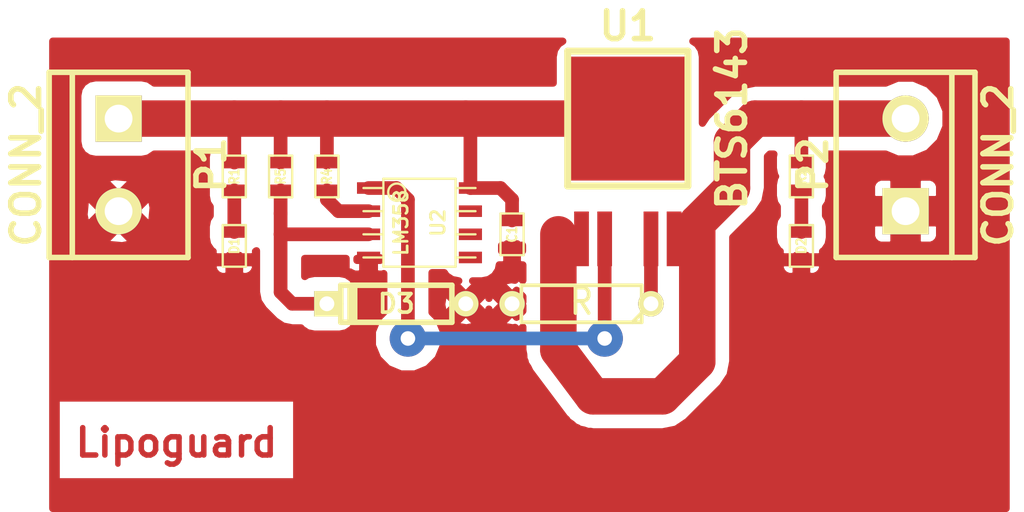
<source format=kicad_pcb>
(kicad_pcb (version 4) (host pcbnew "(2016-01-30 BZR 6528, Git 351752f)-product")

  (general
    (links 23)
    (no_connects 1)
    (area 130.991 90.351 187.4742 118.745001)
    (thickness 1.6)
    (drawings 1)
    (tracks 47)
    (zones 0)
    (modules 13)
    (nets 10)
  )

  (page A4)
  (layers
    (0 F.Cu signal)
    (31 B.Cu signal)
    (32 B.Adhes user)
    (33 F.Adhes user)
    (34 B.Paste user)
    (35 F.Paste user)
    (36 B.SilkS user)
    (37 F.SilkS user)
    (38 B.Mask user)
    (39 F.Mask user)
    (40 Dwgs.User user)
    (41 Cmts.User user)
    (42 Eco1.User user)
    (43 Eco2.User user)
    (44 Edge.Cuts user)
    (45 Margin user)
    (46 B.CrtYd user)
    (47 F.CrtYd user)
    (48 B.Fab user)
    (49 F.Fab user)
  )

  (setup
    (last_trace_width 0.75)
    (user_trace_width 0.5)
    (user_trace_width 0.75)
    (user_trace_width 1)
    (user_trace_width 2)
    (trace_clearance 0.2)
    (zone_clearance 0.75)
    (zone_45_only yes)
    (trace_min 0.2)
    (segment_width 0.2)
    (edge_width 0.15)
    (via_size 0.6)
    (via_drill 0.4)
    (via_min_size 0.4)
    (via_min_drill 0.3)
    (user_via 2 0.8)
    (uvia_size 0.3)
    (uvia_drill 0.1)
    (uvias_allowed no)
    (uvia_min_size 0.2)
    (uvia_min_drill 0.1)
    (pcb_text_width 0.3)
    (pcb_text_size 1.5 1.5)
    (mod_edge_width 0.15)
    (mod_text_size 1 1)
    (mod_text_width 0.15)
    (pad_size 1.524 1.524)
    (pad_drill 0.762)
    (pad_to_mask_clearance 0.2)
    (aux_axis_origin 0 0)
    (visible_elements FFFFFF7F)
    (pcbplotparams
      (layerselection 0x00030_ffffffff)
      (usegerberextensions false)
      (excludeedgelayer true)
      (linewidth 0.100000)
      (plotframeref false)
      (viasonmask false)
      (mode 1)
      (useauxorigin false)
      (hpglpennumber 1)
      (hpglpenspeed 20)
      (hpglpendiameter 15)
      (hpglpenoverlay 2)
      (psnegative false)
      (psa4output false)
      (plotreference true)
      (plotvalue true)
      (plotinvisibletext false)
      (padsonsilk false)
      (subtractmaskfromsilk false)
      (outputformat 1)
      (mirror false)
      (drillshape 1)
      (scaleselection 1)
      (outputdirectory ""))
  )

  (net 0 "")
  (net 1 VCC)
  (net 2 GND)
  (net 3 "Net-(D1-Pad1)")
  (net 4 "Net-(D2-Pad1)")
  (net 5 "Net-(D3-Pad2)")
  (net 6 "Net-(P2-Pad2)")
  (net 7 "Net-(R3-Pad1)")
  (net 8 "Net-(R4-Pad2)")
  (net 9 "Net-(U1-Pad2)")

  (net_class Default "This is the default net class."
    (clearance 0.2)
    (trace_width 0.25)
    (via_dia 0.6)
    (via_drill 0.4)
    (uvia_dia 0.3)
    (uvia_drill 0.1)
    (add_net GND)
    (add_net "Net-(D1-Pad1)")
    (add_net "Net-(D2-Pad1)")
    (add_net "Net-(D3-Pad2)")
    (add_net "Net-(P2-Pad2)")
    (add_net "Net-(R3-Pad1)")
    (add_net "Net-(R4-Pad2)")
    (add_net "Net-(U1-Pad2)")
    (add_net VCC)
  )

  (module libcms:SM0603 (layer F.Cu) (tedit 4E43A3D1) (tstamp 57E2E88B)
    (at 159.385 103.505 270)
    (path /57E2ECEA)
    (attr smd)
    (fp_text reference C1 (at 0 0 270) (layer F.SilkS)
      (effects (font (size 0.508 0.4572) (thickness 0.1143)))
    )
    (fp_text value C (at 0 0 270) (layer F.SilkS) hide
      (effects (font (size 0.508 0.4572) (thickness 0.1143)))
    )
    (fp_line (start -1.143 -0.635) (end 1.143 -0.635) (layer F.SilkS) (width 0.127))
    (fp_line (start 1.143 -0.635) (end 1.143 0.635) (layer F.SilkS) (width 0.127))
    (fp_line (start 1.143 0.635) (end -1.143 0.635) (layer F.SilkS) (width 0.127))
    (fp_line (start -1.143 0.635) (end -1.143 -0.635) (layer F.SilkS) (width 0.127))
    (pad 1 smd rect (at -0.762 0 270) (size 0.635 1.143) (layers F.Cu F.Paste F.Mask)
      (net 1 VCC))
    (pad 2 smd rect (at 0.762 0 270) (size 0.635 1.143) (layers F.Cu F.Paste F.Mask)
      (net 2 GND))
    (model smd\resistors\R0603.wrl
      (at (xyz 0 0 0.001))
      (scale (xyz 0.5 0.5 0.5))
      (rotate (xyz 0 0 0))
    )
  )

  (module libcms:SM0603 (layer F.Cu) (tedit 4E43A3D1) (tstamp 57E2E891)
    (at 144.145 104.14 270)
    (path /57E2F7BC)
    (attr smd)
    (fp_text reference D1 (at 0 0 270) (layer F.SilkS)
      (effects (font (size 0.508 0.4572) (thickness 0.1143)))
    )
    (fp_text value LED (at 0 0 270) (layer F.SilkS) hide
      (effects (font (size 0.508 0.4572) (thickness 0.1143)))
    )
    (fp_line (start -1.143 -0.635) (end 1.143 -0.635) (layer F.SilkS) (width 0.127))
    (fp_line (start 1.143 -0.635) (end 1.143 0.635) (layer F.SilkS) (width 0.127))
    (fp_line (start 1.143 0.635) (end -1.143 0.635) (layer F.SilkS) (width 0.127))
    (fp_line (start -1.143 0.635) (end -1.143 -0.635) (layer F.SilkS) (width 0.127))
    (pad 1 smd rect (at -0.762 0 270) (size 0.635 1.143) (layers F.Cu F.Paste F.Mask)
      (net 3 "Net-(D1-Pad1)"))
    (pad 2 smd rect (at 0.762 0 270) (size 0.635 1.143) (layers F.Cu F.Paste F.Mask)
      (net 2 GND))
    (model smd\resistors\R0603.wrl
      (at (xyz 0 0 0.001))
      (scale (xyz 0.5 0.5 0.5))
      (rotate (xyz 0 0 0))
    )
  )

  (module libcms:SM0603 (layer F.Cu) (tedit 4E43A3D1) (tstamp 57E2E897)
    (at 175.26 104.14 270)
    (path /57E2E629)
    (attr smd)
    (fp_text reference D2 (at 0 0 270) (layer F.SilkS)
      (effects (font (size 0.508 0.4572) (thickness 0.1143)))
    )
    (fp_text value LED (at 0 0 270) (layer F.SilkS) hide
      (effects (font (size 0.508 0.4572) (thickness 0.1143)))
    )
    (fp_line (start -1.143 -0.635) (end 1.143 -0.635) (layer F.SilkS) (width 0.127))
    (fp_line (start 1.143 -0.635) (end 1.143 0.635) (layer F.SilkS) (width 0.127))
    (fp_line (start 1.143 0.635) (end -1.143 0.635) (layer F.SilkS) (width 0.127))
    (fp_line (start -1.143 0.635) (end -1.143 -0.635) (layer F.SilkS) (width 0.127))
    (pad 1 smd rect (at -0.762 0 270) (size 0.635 1.143) (layers F.Cu F.Paste F.Mask)
      (net 4 "Net-(D2-Pad1)"))
    (pad 2 smd rect (at 0.762 0 270) (size 0.635 1.143) (layers F.Cu F.Paste F.Mask)
      (net 2 GND))
    (model smd\resistors\R0603.wrl
      (at (xyz 0 0 0.001))
      (scale (xyz 0.5 0.5 0.5))
      (rotate (xyz 0 0 0))
    )
  )

  (module connect:bornier2 (layer F.Cu) (tedit 3EC0ED69) (tstamp 57E2E8A3)
    (at 137.795 99.695 270)
    (descr "Bornier d'alimentation 2 pins")
    (tags DEV)
    (path /57E30469)
    (fp_text reference P1 (at 0 -5.08 270) (layer F.SilkS)
      (effects (font (thickness 0.3048)))
    )
    (fp_text value CONN_2 (at 0 5.08 270) (layer F.SilkS)
      (effects (font (thickness 0.3048)))
    )
    (fp_line (start 5.08 2.54) (end -5.08 2.54) (layer F.SilkS) (width 0.3048))
    (fp_line (start 5.08 3.81) (end 5.08 -3.81) (layer F.SilkS) (width 0.3048))
    (fp_line (start 5.08 -3.81) (end -5.08 -3.81) (layer F.SilkS) (width 0.3048))
    (fp_line (start -5.08 -3.81) (end -5.08 3.81) (layer F.SilkS) (width 0.3048))
    (fp_line (start -5.08 3.81) (end 5.08 3.81) (layer F.SilkS) (width 0.3048))
    (pad 1 thru_hole rect (at -2.54 0 270) (size 2.54 2.54) (drill 1.524) (layers *.Cu *.Mask F.SilkS)
      (net 1 VCC))
    (pad 2 thru_hole circle (at 2.54 0 270) (size 2.54 2.54) (drill 1.524) (layers *.Cu *.Mask F.SilkS)
      (net 2 GND))
    (model device/bornier_2.wrl
      (at (xyz 0 0 0))
      (scale (xyz 1 1 1))
      (rotate (xyz 0 0 0))
    )
  )

  (module connect:bornier2 (layer F.Cu) (tedit 3EC0ED69) (tstamp 57E2E8A9)
    (at 180.975 99.695 90)
    (descr "Bornier d'alimentation 2 pins")
    (tags DEV)
    (path /57E2E27C)
    (fp_text reference P2 (at 0 -5.08 90) (layer F.SilkS)
      (effects (font (thickness 0.3048)))
    )
    (fp_text value CONN_2 (at 0 5.08 90) (layer F.SilkS)
      (effects (font (thickness 0.3048)))
    )
    (fp_line (start 5.08 2.54) (end -5.08 2.54) (layer F.SilkS) (width 0.3048))
    (fp_line (start 5.08 3.81) (end 5.08 -3.81) (layer F.SilkS) (width 0.3048))
    (fp_line (start 5.08 -3.81) (end -5.08 -3.81) (layer F.SilkS) (width 0.3048))
    (fp_line (start -5.08 -3.81) (end -5.08 3.81) (layer F.SilkS) (width 0.3048))
    (fp_line (start -5.08 3.81) (end 5.08 3.81) (layer F.SilkS) (width 0.3048))
    (pad 1 thru_hole rect (at -2.54 0 90) (size 2.54 2.54) (drill 1.524) (layers *.Cu *.Mask F.SilkS)
      (net 2 GND))
    (pad 2 thru_hole circle (at 2.54 0 90) (size 2.54 2.54) (drill 1.524) (layers *.Cu *.Mask F.SilkS)
      (net 6 "Net-(P2-Pad2)"))
    (model device/bornier_2.wrl
      (at (xyz 0 0 0))
      (scale (xyz 1 1 1))
      (rotate (xyz 0 0 0))
    )
  )

  (module libcms:SM0603 (layer F.Cu) (tedit 4E43A3D1) (tstamp 57E2E8AF)
    (at 144.145 100.33 270)
    (path /57E2F4FB)
    (attr smd)
    (fp_text reference R1 (at 0 0 270) (layer F.SilkS)
      (effects (font (size 0.508 0.4572) (thickness 0.1143)))
    )
    (fp_text value R (at 0 0 270) (layer F.SilkS) hide
      (effects (font (size 0.508 0.4572) (thickness 0.1143)))
    )
    (fp_line (start -1.143 -0.635) (end 1.143 -0.635) (layer F.SilkS) (width 0.127))
    (fp_line (start 1.143 -0.635) (end 1.143 0.635) (layer F.SilkS) (width 0.127))
    (fp_line (start 1.143 0.635) (end -1.143 0.635) (layer F.SilkS) (width 0.127))
    (fp_line (start -1.143 0.635) (end -1.143 -0.635) (layer F.SilkS) (width 0.127))
    (pad 1 smd rect (at -0.762 0 270) (size 0.635 1.143) (layers F.Cu F.Paste F.Mask)
      (net 1 VCC))
    (pad 2 smd rect (at 0.762 0 270) (size 0.635 1.143) (layers F.Cu F.Paste F.Mask)
      (net 3 "Net-(D1-Pad1)"))
    (model smd\resistors\R0603.wrl
      (at (xyz 0 0 0.001))
      (scale (xyz 0.5 0.5 0.5))
      (rotate (xyz 0 0 0))
    )
  )

  (module libcms:SM0603 (layer F.Cu) (tedit 4E43A3D1) (tstamp 57E2E8B5)
    (at 175.26 100.33 270)
    (path /57E2E5E3)
    (attr smd)
    (fp_text reference R2 (at 0 0 270) (layer F.SilkS)
      (effects (font (size 0.508 0.4572) (thickness 0.1143)))
    )
    (fp_text value R (at 0 0 270) (layer F.SilkS) hide
      (effects (font (size 0.508 0.4572) (thickness 0.1143)))
    )
    (fp_line (start -1.143 -0.635) (end 1.143 -0.635) (layer F.SilkS) (width 0.127))
    (fp_line (start 1.143 -0.635) (end 1.143 0.635) (layer F.SilkS) (width 0.127))
    (fp_line (start 1.143 0.635) (end -1.143 0.635) (layer F.SilkS) (width 0.127))
    (fp_line (start -1.143 0.635) (end -1.143 -0.635) (layer F.SilkS) (width 0.127))
    (pad 1 smd rect (at -0.762 0 270) (size 0.635 1.143) (layers F.Cu F.Paste F.Mask)
      (net 6 "Net-(P2-Pad2)"))
    (pad 2 smd rect (at 0.762 0 270) (size 0.635 1.143) (layers F.Cu F.Paste F.Mask)
      (net 4 "Net-(D2-Pad1)"))
    (model smd\resistors\R0603.wrl
      (at (xyz 0 0 0.001))
      (scale (xyz 0.5 0.5 0.5))
      (rotate (xyz 0 0 0))
    )
  )

  (module libcms:SM0603 (layer F.Cu) (tedit 57E52AB2) (tstamp 57E2E8C1)
    (at 149.225 100.33 270)
    (path /57E2E21E)
    (attr smd)
    (fp_text reference R4 (at 0 0 270) (layer F.SilkS)
      (effects (font (size 0.508 0.4572) (thickness 0.1143)))
    )
    (fp_text value R (at 0 0 270) (layer F.SilkS) hide
      (effects (font (size 0.508 0.4572) (thickness 0.1143)))
    )
    (fp_line (start -1.143 -0.635) (end 1.143 -0.635) (layer F.SilkS) (width 0.127))
    (fp_line (start 1.143 -0.635) (end 1.143 0.635) (layer F.SilkS) (width 0.127))
    (fp_line (start 1.143 0.635) (end -1.143 0.635) (layer F.SilkS) (width 0.127))
    (fp_line (start -1.143 0.635) (end -1.143 -0.635) (layer F.SilkS) (width 0.127))
    (pad 1 smd rect (at -0.762 0 270) (size 0.635 1.143) (layers F.Cu F.Paste F.Mask)
      (net 1 VCC))
    (pad 2 smd rect (at 0.762 0 270) (size 0.635 1.143) (layers F.Cu F.Paste F.Mask)
      (net 8 "Net-(R4-Pad2)"))
    (model smd\resistors\R0603.wrl
      (at (xyz 0 0 0.001))
      (scale (xyz 0.5 0.5 0.5))
      (rotate (xyz 0 0 0))
    )
  )

  (module libcms:SM0603 (layer F.Cu) (tedit 4E43A3D1) (tstamp 57E2E8C7)
    (at 146.685 100.33 270)
    (path /57E2DB51)
    (attr smd)
    (fp_text reference R5 (at 0 0 270) (layer F.SilkS)
      (effects (font (size 0.508 0.4572) (thickness 0.1143)))
    )
    (fp_text value R (at 0 0 270) (layer F.SilkS) hide
      (effects (font (size 0.508 0.4572) (thickness 0.1143)))
    )
    (fp_line (start -1.143 -0.635) (end 1.143 -0.635) (layer F.SilkS) (width 0.127))
    (fp_line (start 1.143 -0.635) (end 1.143 0.635) (layer F.SilkS) (width 0.127))
    (fp_line (start 1.143 0.635) (end -1.143 0.635) (layer F.SilkS) (width 0.127))
    (fp_line (start -1.143 0.635) (end -1.143 -0.635) (layer F.SilkS) (width 0.127))
    (pad 1 smd rect (at -0.762 0 270) (size 0.635 1.143) (layers F.Cu F.Paste F.Mask)
      (net 1 VCC))
    (pad 2 smd rect (at 0.762 0 270) (size 0.635 1.143) (layers F.Cu F.Paste F.Mask)
      (net 5 "Net-(D3-Pad2)"))
    (model smd\resistors\R0603.wrl
      (at (xyz 0 0 0.001))
      (scale (xyz 0.5 0.5 0.5))
      (rotate (xyz 0 0 0))
    )
  )

  (module to252-5:TO252-5L (layer F.Cu) (tedit 541B0AB0) (tstamp 57E2E8D0)
    (at 165.735 97.155)
    (path /57E2D89A)
    (fp_text reference U1 (at 0 -5.08) (layer F.SilkS)
      (effects (font (thickness 0.3048)))
    )
    (fp_text value BTS6143 (at 5.715 0 90) (layer F.SilkS)
      (effects (font (thickness 0.3048)))
    )
    (fp_line (start 3.29946 -3.70078) (end -3.29946 -3.70078) (layer F.SilkS) (width 0.381))
    (fp_line (start -3.29946 -3.70078) (end -3.29946 3.70078) (layer F.SilkS) (width 0.381))
    (fp_line (start -3.29946 3.70078) (end 3.29946 3.70078) (layer F.SilkS) (width 0.381))
    (fp_line (start 3.29946 3.70078) (end 3.29946 -3.70078) (layer F.SilkS) (width 0.381))
    (pad 3 smd rect (at 0 0) (size 6.25094 6.79958) (layers F.Cu F.Paste F.Mask)
      (net 1 VCC) (clearance 0.14986))
    (pad 1 smd rect (at -2.54 6.59892) (size 0.81026 2.99974) (layers F.Cu F.Paste F.Mask)
      (net 6 "Net-(P2-Pad2)"))
    (pad 2 smd rect (at -1.27 6.59892) (size 0.81026 2.99974) (layers F.Cu F.Paste F.Mask)
      (net 9 "Net-(U1-Pad2)"))
    (pad 4 smd rect (at 1.27 6.59892) (size 0.81026 2.99974) (layers F.Cu F.Paste F.Mask)
      (net 7 "Net-(R3-Pad1)"))
    (pad 5 smd rect (at 2.54 6.59892) (size 0.81026 2.99974) (layers F.Cu F.Paste F.Mask)
      (net 6 "Net-(P2-Pad2)"))
  )

  (module smd_dil:so-8 (layer F.Cu) (tedit 48A6C16E) (tstamp 57E2E8DC)
    (at 154.305 102.87 270)
    (descr SO-8)
    (path /57E2D977)
    (attr smd)
    (fp_text reference U2 (at 0 -1.016 270) (layer F.SilkS)
      (effects (font (size 0.7493 0.7493) (thickness 0.14986)))
    )
    (fp_text value LM358 (at 0 1.016 270) (layer F.SilkS)
      (effects (font (size 0.7493 0.7493) (thickness 0.14986)))
    )
    (fp_line (start -2.413 -1.9812) (end -2.413 1.9812) (layer F.SilkS) (width 0.127))
    (fp_line (start -2.413 1.9812) (end 2.413 1.9812) (layer F.SilkS) (width 0.127))
    (fp_line (start 2.413 1.9812) (end 2.413 -1.9812) (layer F.SilkS) (width 0.127))
    (fp_line (start 2.413 -1.9812) (end -2.413 -1.9812) (layer F.SilkS) (width 0.127))
    (fp_line (start -1.905 -1.9812) (end -1.905 -3.0734) (layer F.SilkS) (width 0.127))
    (fp_line (start -0.635 -1.9812) (end -0.635 -3.0734) (layer F.SilkS) (width 0.127))
    (fp_line (start 0.635 -1.9812) (end 0.635 -3.0734) (layer F.SilkS) (width 0.127))
    (fp_line (start 1.905 -3.0734) (end 1.905 -1.9812) (layer F.SilkS) (width 0.127))
    (fp_line (start 1.905 1.9812) (end 1.905 3.0734) (layer F.SilkS) (width 0.127))
    (fp_line (start 0.635 3.0734) (end 0.635 1.9812) (layer F.SilkS) (width 0.127))
    (fp_line (start -0.635 3.0734) (end -0.635 1.9812) (layer F.SilkS) (width 0.127))
    (fp_line (start -1.905 3.0734) (end -1.905 1.9812) (layer F.SilkS) (width 0.127))
    (fp_circle (center -1.6764 1.2446) (end -1.9558 1.6256) (layer F.SilkS) (width 0.127))
    (pad 1 smd rect (at -1.905 2.794 270) (size 0.635 1.27) (layers F.Cu F.Paste F.Mask)
      (net 9 "Net-(U1-Pad2)"))
    (pad 2 smd rect (at -0.635 2.794 270) (size 0.635 1.27) (layers F.Cu F.Paste F.Mask)
      (net 8 "Net-(R4-Pad2)"))
    (pad 3 smd rect (at 0.635 2.794 270) (size 0.635 1.27) (layers F.Cu F.Paste F.Mask)
      (net 5 "Net-(D3-Pad2)"))
    (pad 4 smd rect (at 1.905 2.794 270) (size 0.635 1.27) (layers F.Cu F.Paste F.Mask)
      (net 2 GND))
    (pad 5 smd rect (at 1.905 -2.794 270) (size 0.635 1.27) (layers F.Cu F.Paste F.Mask))
    (pad 6 smd rect (at 0.635 -2.794 270) (size 0.635 1.27) (layers F.Cu F.Paste F.Mask))
    (pad 7 smd rect (at -0.635 -2.794 270) (size 0.635 1.27) (layers F.Cu F.Paste F.Mask))
    (pad 8 smd rect (at -1.905 -2.794 270) (size 0.635 1.27) (layers F.Cu F.Paste F.Mask)
      (net 1 VCC))
    (model smd/smd_dil/so-8.wrl
      (at (xyz 0 0 0))
      (scale (xyz 1 1 1))
      (rotate (xyz 0 0 0))
    )
  )

  (module discret:D3 (layer F.Cu) (tedit 200000) (tstamp 57E53087)
    (at 153.035 107.315 180)
    (descr "Diode 3 pas")
    (tags "DIODE DEV")
    (path /57E2DC4A)
    (fp_text reference D3 (at 0 0 180) (layer F.SilkS)
      (effects (font (size 1.016 1.016) (thickness 0.2032)))
    )
    (fp_text value ZENER (at 0 0 180) (layer F.SilkS) hide
      (effects (font (size 1.016 1.016) (thickness 0.2032)))
    )
    (fp_line (start 3.81 0) (end 3.048 0) (layer F.SilkS) (width 0.3048))
    (fp_line (start 3.048 0) (end 3.048 -1.016) (layer F.SilkS) (width 0.3048))
    (fp_line (start 3.048 -1.016) (end -3.048 -1.016) (layer F.SilkS) (width 0.3048))
    (fp_line (start -3.048 -1.016) (end -3.048 0) (layer F.SilkS) (width 0.3048))
    (fp_line (start -3.048 0) (end -3.81 0) (layer F.SilkS) (width 0.3048))
    (fp_line (start -3.048 0) (end -3.048 1.016) (layer F.SilkS) (width 0.3048))
    (fp_line (start -3.048 1.016) (end 3.048 1.016) (layer F.SilkS) (width 0.3048))
    (fp_line (start 3.048 1.016) (end 3.048 0) (layer F.SilkS) (width 0.3048))
    (fp_line (start 2.54 -1.016) (end 2.54 1.016) (layer F.SilkS) (width 0.3048))
    (fp_line (start 2.286 1.016) (end 2.286 -1.016) (layer F.SilkS) (width 0.3048))
    (pad 2 thru_hole rect (at 3.81 0 180) (size 1.397 1.397) (drill 0.8128) (layers *.Cu *.Mask F.SilkS)
      (net 5 "Net-(D3-Pad2)"))
    (pad 1 thru_hole circle (at -3.81 0 180) (size 1.397 1.397) (drill 0.8128) (layers *.Cu *.Mask F.SilkS)
      (net 2 GND))
    (model discret/diode.wrl
      (at (xyz 0 0 0))
      (scale (xyz 0.3 0.3 0.3))
      (rotate (xyz 0 0 0))
    )
  )

  (module discret:R3 (layer F.Cu) (tedit 4E4C0E65) (tstamp 57E5308C)
    (at 163.195 107.315 180)
    (descr "Resitance 3 pas")
    (tags R)
    (path /57E2E0BA)
    (autoplace_cost180 10)
    (fp_text reference R3 (at 0 0.127 180) (layer F.SilkS) hide
      (effects (font (size 1.397 1.27) (thickness 0.2032)))
    )
    (fp_text value R (at 0 0.127 180) (layer F.SilkS)
      (effects (font (size 1.397 1.27) (thickness 0.2032)))
    )
    (fp_line (start -3.81 0) (end -3.302 0) (layer F.SilkS) (width 0.2032))
    (fp_line (start 3.81 0) (end 3.302 0) (layer F.SilkS) (width 0.2032))
    (fp_line (start 3.302 0) (end 3.302 -1.016) (layer F.SilkS) (width 0.2032))
    (fp_line (start 3.302 -1.016) (end -3.302 -1.016) (layer F.SilkS) (width 0.2032))
    (fp_line (start -3.302 -1.016) (end -3.302 1.016) (layer F.SilkS) (width 0.2032))
    (fp_line (start -3.302 1.016) (end 3.302 1.016) (layer F.SilkS) (width 0.2032))
    (fp_line (start 3.302 1.016) (end 3.302 0) (layer F.SilkS) (width 0.2032))
    (fp_line (start -3.302 -0.508) (end -2.794 -1.016) (layer F.SilkS) (width 0.2032))
    (pad 1 thru_hole circle (at -3.81 0 180) (size 1.397 1.397) (drill 0.8128) (layers *.Cu *.Mask F.SilkS)
      (net 7 "Net-(R3-Pad1)"))
    (pad 2 thru_hole circle (at 3.81 0 180) (size 1.397 1.397) (drill 0.8128) (layers *.Cu *.Mask F.SilkS)
      (net 2 GND))
    (model discret/resistor.wrl
      (at (xyz 0 0 0))
      (scale (xyz 0.3 0.3 0.3))
      (rotate (xyz 0 0 0))
    )
  )

  (gr_text Lipoguard (at 140.97 114.935) (layer F.Cu)
    (effects (font (size 1.5 1.5) (thickness 0.3)))
  )

  (segment (start 157.099 100.965) (end 158.75 100.965) (width 0.75) (layer F.Cu) (net 1))
  (segment (start 159.385 101.6) (end 159.385 102.743) (width 0.75) (layer F.Cu) (net 1) (tstamp 57E52EAD))
  (segment (start 158.75 100.965) (end 159.385 101.6) (width 0.75) (layer F.Cu) (net 1) (tstamp 57E52EAC))
  (segment (start 157.099 100.965) (end 157.099 97.155) (width 0.75) (layer F.Cu) (net 1))
  (segment (start 157.099 97.155) (end 156.845 97.155) (width 0.75) (layer F.Cu) (net 1) (tstamp 57E52E9B))
  (segment (start 149.225 97.155) (end 149.225 99.568) (width 0.75) (layer F.Cu) (net 1))
  (segment (start 146.685 97.155) (end 146.685 99.568) (width 0.75) (layer F.Cu) (net 1))
  (segment (start 144.145 97.155) (end 144.145 99.568) (width 0.75) (layer F.Cu) (net 1))
  (segment (start 137.795 97.155) (end 144.145 97.155) (width 2) (layer F.Cu) (net 1) (status 20))
  (segment (start 144.145 97.155) (end 146.685 97.155) (width 2) (layer F.Cu) (net 1) (tstamp 57E52E08) (status 20))
  (segment (start 146.685 97.155) (end 149.225 97.155) (width 2) (layer F.Cu) (net 1) (tstamp 57E52E0C) (status 20))
  (segment (start 149.225 97.155) (end 156.845 97.155) (width 2) (layer F.Cu) (net 1) (tstamp 57E52E10) (status 20))
  (segment (start 156.845 97.155) (end 165.735 97.155) (width 2) (layer F.Cu) (net 1) (tstamp 57E52E9E) (status 20))
  (segment (start 144.145 101.092) (end 144.145 103.378) (width 0.75) (layer F.Cu) (net 3))
  (segment (start 175.26 103.378) (end 175.26 101.092) (width 0.75) (layer F.Cu) (net 4))
  (segment (start 146.685 103.505) (end 146.685 106.68) (width 0.75) (layer F.Cu) (net 5))
  (segment (start 147.32 107.315) (end 149.225 107.315) (width 0.75) (layer F.Cu) (net 5) (tstamp 57E530C5))
  (segment (start 146.685 106.68) (end 147.32 107.315) (width 0.75) (layer F.Cu) (net 5) (tstamp 57E530C2))
  (segment (start 146.685 101.092) (end 146.685 102.362) (width 0.75) (layer F.Cu) (net 5))
  (segment (start 146.685 102.362) (end 146.685 103.505) (width 0.75) (layer F.Cu) (net 5))
  (segment (start 151.511 103.505) (end 146.685 103.505) (width 0.75) (layer F.Cu) (net 5))
  (segment (start 168.275 103.75392) (end 168.66108 103.75392) (width 0.75) (layer F.Cu) (net 6))
  (segment (start 168.66108 103.75392) (end 169.545 102.87) (width 0.75) (layer F.Cu) (net 6) (tstamp 57E53F5F))
  (segment (start 163.195 103.75392) (end 161.925 103.75392) (width 0.75) (layer F.Cu) (net 6))
  (segment (start 167.64 112.395) (end 163.83 112.395) (width 2) (layer F.Cu) (net 6))
  (segment (start 169.545 110.49) (end 167.64 112.395) (width 2) (layer F.Cu) (net 6) (tstamp 57E53F20))
  (segment (start 172.72 97.155) (end 175.26 97.155) (width 2) (layer F.Cu) (net 6))
  (segment (start 171.45 100.965) (end 169.545 102.87) (width 2) (layer F.Cu) (net 6) (tstamp 57E53F1A))
  (segment (start 171.45 98.425) (end 171.45 100.965) (width 2) (layer F.Cu) (net 6) (tstamp 57E53F18))
  (segment (start 172.72 97.155) (end 171.45 98.425) (width 2) (layer F.Cu) (net 6) (tstamp 57E53F17))
  (segment (start 169.545 102.87) (end 169.545 110.49) (width 2) (layer F.Cu) (net 6))
  (segment (start 163.83 112.395) (end 161.925 109.855) (width 2) (layer F.Cu) (net 6) (tstamp 57E53F24))
  (segment (start 161.925 103.505) (end 161.925 109.855) (width 2) (layer F.Cu) (net 6))
  (segment (start 161.925 103.75392) (end 161.925 103.505) (width 0.75) (layer F.Cu) (net 6) (tstamp 57E53F5C))
  (segment (start 175.26 97.155) (end 175.26 99.568) (width 0.75) (layer F.Cu) (net 6))
  (segment (start 175.26 97.155) (end 180.975 97.155) (width 2) (layer F.Cu) (net 6) (tstamp 57E53D20) (status 20))
  (segment (start 167.005 103.75392) (end 167.005 107.188) (width 0.75) (layer F.Cu) (net 7))
  (segment (start 149.225 101.092) (end 149.225 101.6) (width 0.75) (layer F.Cu) (net 8))
  (segment (start 149.86 102.235) (end 151.511 102.235) (width 0.75) (layer F.Cu) (net 8) (tstamp 57E52E90))
  (segment (start 149.225 101.6) (end 149.86 102.235) (width 0.75) (layer F.Cu) (net 8) (tstamp 57E52E8F))
  (via (at 164.465 109.22) (size 2) (drill 0.8) (layers F.Cu B.Cu) (net 9))
  (segment (start 164.465 103.75392) (end 164.465 109.22) (width 0.75) (layer F.Cu) (net 9))
  (segment (start 153.035 100.965) (end 151.511 100.965) (width 0.75) (layer F.Cu) (net 9) (tstamp 57E530E4))
  (segment (start 153.67 101.6) (end 153.035 100.965) (width 0.75) (layer F.Cu) (net 9) (tstamp 57E530E3))
  (segment (start 153.67 109.22) (end 153.67 101.6) (width 0.75) (layer F.Cu) (net 9) (tstamp 57E530E2))
  (via (at 153.67 109.22) (size 2) (drill 0.8) (layers F.Cu B.Cu) (net 9))
  (segment (start 164.465 109.22) (end 153.67 109.22) (width 0.75) (layer B.Cu) (net 9) (tstamp 57E530DD))

  (zone (net 2) (net_name GND) (layer F.Cu) (tstamp 57E53D4A) (hatch edge 0.508)
    (connect_pads (clearance 0.75))
    (min_thickness 0.4)
    (fill yes (arc_segments 16) (thermal_gap 0.4) (thermal_bridge_width 2))
    (polygon
      (pts
        (xy 133.985 92.71) (xy 186.69 92.71) (xy 186.69 118.745) (xy 133.985 118.745)
      )
    )
    (filled_polygon
      (pts
        (xy 161.924619 93.070299) (xy 161.71465 93.384539) (xy 161.640919 93.75521) (xy 161.640919 95.205) (xy 139.753192 95.205)
        (xy 139.749911 95.200089) (xy 139.435671 94.99012) (xy 139.065 94.916389) (xy 136.525 94.916389) (xy 136.154329 94.99012)
        (xy 135.840089 95.200089) (xy 135.63012 95.514329) (xy 135.556389 95.885) (xy 135.556389 98.425) (xy 135.63012 98.795671)
        (xy 135.840089 99.109911) (xy 136.154329 99.31988) (xy 136.525 99.393611) (xy 139.065 99.393611) (xy 139.435671 99.31988)
        (xy 139.749911 99.109911) (xy 139.753192 99.105) (xy 142.633831 99.105) (xy 142.604889 99.2505) (xy 142.604889 99.8855)
        (xy 142.67862 100.256171) (xy 142.727951 100.33) (xy 142.67862 100.403829) (xy 142.604889 100.7745) (xy 142.604889 101.4095)
        (xy 142.67862 101.780171) (xy 142.82 101.991761) (xy 142.82 102.478239) (xy 142.67862 102.689829) (xy 142.604889 103.0605)
        (xy 142.604889 103.6955) (xy 142.67862 104.066171) (xy 142.888589 104.380411) (xy 142.982586 104.443218) (xy 142.9735 104.465153)
        (xy 142.9735 104.59325) (xy 143.1235 104.74325) (xy 143.85925 104.74325) (xy 143.85925 104.664111) (xy 143.949492 104.664111)
        (xy 144.145 104.703) (xy 144.340508 104.664111) (xy 144.43075 104.664111) (xy 144.43075 104.74325) (xy 145.1665 104.74325)
        (xy 145.3165 104.59325) (xy 145.3165 104.465153) (xy 145.307414 104.443218) (xy 145.36 104.408081) (xy 145.36 106.68)
        (xy 145.46086 107.187056) (xy 145.518634 107.27352) (xy 145.748084 107.616916) (xy 146.383084 108.251917) (xy 146.812945 108.539141)
        (xy 147.32 108.64) (xy 147.80256 108.64) (xy 147.841589 108.698411) (xy 148.155829 108.90838) (xy 148.5265 108.982111)
        (xy 149.9235 108.982111) (xy 150.294171 108.90838) (xy 150.608411 108.698411) (xy 150.81838 108.384171) (xy 150.892111 108.0135)
        (xy 150.892111 106.6165) (xy 150.81838 106.245829) (xy 150.608411 105.931589) (xy 150.294171 105.72162) (xy 149.9235 105.647889)
        (xy 148.5265 105.647889) (xy 148.155829 105.72162) (xy 148.01 105.81906) (xy 148.01 104.83) (xy 150.276 104.83)
        (xy 150.276 105.575002) (xy 150.509974 105.575002) (xy 150.536127 105.601155) (xy 150.756652 105.6925) (xy 151.0435 105.6925)
        (xy 151.1935 105.5425) (xy 151.1935 104.93375) (xy 150.876 104.93375) (xy 150.876 104.83) (xy 151.511 104.83)
        (xy 151.706508 104.791111) (xy 152.146 104.791111) (xy 152.146 104.93375) (xy 151.8285 104.93375) (xy 151.8285 105.5425)
        (xy 151.9785 105.6925) (xy 152.265348 105.6925) (xy 152.345 105.659507) (xy 152.345 107.787376) (xy 152.017834 108.113971)
        (xy 151.720339 108.830419) (xy 151.719662 109.606177) (xy 152.015906 110.323143) (xy 152.563971 110.872166) (xy 153.280419 111.169661)
        (xy 154.056177 111.170338) (xy 154.773143 110.874094) (xy 155.322166 110.326029) (xy 155.619661 109.609581) (xy 155.620338 108.833823)
        (xy 155.422274 108.354471) (xy 156.299443 108.354471) (xy 156.376922 108.553434) (xy 156.88648 108.63829) (xy 157.313078 108.553434)
        (xy 157.390557 108.354471) (xy 156.845 107.808914) (xy 156.299443 108.354471) (xy 155.422274 108.354471) (xy 155.324094 108.116857)
        (xy 154.995 107.787188) (xy 154.995 107.35648) (xy 155.52171 107.35648) (xy 155.606566 107.783078) (xy 155.805529 107.860557)
        (xy 156.351086 107.315) (xy 157.338914 107.315) (xy 157.884471 107.860557) (xy 158.083434 107.783078) (xy 158.112203 107.610323)
        (xy 158.146566 107.783078) (xy 158.345529 107.860557) (xy 158.891086 107.315) (xy 158.345529 106.769443) (xy 158.146566 106.846922)
        (xy 158.117797 107.019677) (xy 158.083434 106.846922) (xy 157.884471 106.769443) (xy 157.338914 107.315) (xy 156.351086 107.315)
        (xy 155.805529 106.769443) (xy 155.606566 106.846922) (xy 155.52171 107.35648) (xy 154.995 107.35648) (xy 154.995 105.61)
        (xy 155.667228 105.61) (xy 155.779089 105.777411) (xy 156.093329 105.98738) (xy 156.45931 106.060178) (xy 156.376922 106.076566)
        (xy 156.299443 106.275529) (xy 156.845 106.821086) (xy 157.390557 106.275529) (xy 157.313078 106.076566) (xy 157.220271 106.061111)
        (xy 157.734 106.061111) (xy 158.104671 105.98738) (xy 158.418911 105.777411) (xy 158.62888 105.463171) (xy 158.68506 105.180734)
        (xy 158.694152 105.1845) (xy 158.94925 105.1845) (xy 159.09925 105.0345) (xy 159.09925 104.42575) (xy 158.8135 104.42575)
        (xy 158.8135 104.10825) (xy 159.09925 104.10825) (xy 159.09925 104.029111) (xy 159.189492 104.029111) (xy 159.385 104.068)
        (xy 159.580508 104.029111) (xy 159.67075 104.029111) (xy 159.67075 104.10825) (xy 159.9565 104.10825) (xy 159.9565 104.42575)
        (xy 159.67075 104.42575) (xy 159.67075 105.0345) (xy 159.82075 105.1845) (xy 159.975 105.1845) (xy 159.975 106.038208)
        (xy 159.752709 105.815917) (xy 159.543597 106.025029) (xy 159.34352 105.99171) (xy 158.916922 106.076566) (xy 158.839443 106.275529)
        (xy 159.385 106.821086) (xy 159.631957 106.574129) (xy 159.975 106.917172) (xy 159.975 107.218914) (xy 159.878914 107.315)
        (xy 159.975 107.411086) (xy 159.975 107.712828) (xy 159.631957 108.055871) (xy 159.385 107.808914) (xy 158.839443 108.354471)
        (xy 158.916922 108.553434) (xy 159.42648 108.63829) (xy 159.551957 108.613331) (xy 159.752709 108.814083) (xy 159.975 108.591792)
        (xy 159.975 109.855) (xy 160.022701 110.094808) (xy 160.036008 110.338953) (xy 160.096254 110.464583) (xy 160.123435 110.601233)
        (xy 160.259275 110.804532) (xy 160.365 111.025) (xy 162.27 113.565) (xy 162.373736 113.658012) (xy 162.451142 113.773858)
        (xy 162.654443 113.909699) (xy 162.836488 114.072925) (xy 162.967919 114.119158) (xy 163.083767 114.196565) (xy 163.323578 114.244266)
        (xy 163.554228 114.325401) (xy 163.693348 114.317818) (xy 163.83 114.345) (xy 167.64 114.345) (xy 168.386233 114.196565)
        (xy 169.018858 113.773858) (xy 170.923858 111.868858) (xy 171.065708 111.656565) (xy 171.346565 111.236233) (xy 171.495 110.49)
        (xy 171.495 105.21075) (xy 174.0885 105.21075) (xy 174.0885 105.338847) (xy 174.179844 105.559372) (xy 174.348627 105.728155)
        (xy 174.569152 105.8195) (xy 174.82425 105.8195) (xy 174.97425 105.6695) (xy 174.97425 105.06075) (xy 175.54575 105.06075)
        (xy 175.54575 105.6695) (xy 175.69575 105.8195) (xy 175.950848 105.8195) (xy 176.171373 105.728155) (xy 176.340156 105.559372)
        (xy 176.4315 105.338847) (xy 176.4315 105.21075) (xy 176.2815 105.06075) (xy 175.54575 105.06075) (xy 174.97425 105.06075)
        (xy 174.2385 105.06075) (xy 174.0885 105.21075) (xy 171.495 105.21075) (xy 171.495 103.677716) (xy 172.828858 102.343858)
        (xy 172.932237 102.18914) (xy 173.251565 101.711233) (xy 173.4 100.965) (xy 173.4 99.232716) (xy 173.527716 99.105)
        (xy 173.748831 99.105) (xy 173.719889 99.2505) (xy 173.719889 99.8855) (xy 173.79362 100.256171) (xy 173.842951 100.33)
        (xy 173.79362 100.403829) (xy 173.719889 100.7745) (xy 173.719889 101.4095) (xy 173.79362 101.780171) (xy 173.935 101.991761)
        (xy 173.935 102.478239) (xy 173.79362 102.689829) (xy 173.719889 103.0605) (xy 173.719889 103.6955) (xy 173.79362 104.066171)
        (xy 174.003589 104.380411) (xy 174.097586 104.443218) (xy 174.0885 104.465153) (xy 174.0885 104.59325) (xy 174.2385 104.74325)
        (xy 174.97425 104.74325) (xy 174.97425 104.664111) (xy 175.064492 104.664111) (xy 175.26 104.703) (xy 175.455508 104.664111)
        (xy 175.54575 104.664111) (xy 175.54575 104.74325) (xy 176.2815 104.74325) (xy 176.4315 104.59325) (xy 176.4315 104.465153)
        (xy 176.422414 104.443218) (xy 176.516411 104.380411) (xy 176.72638 104.066171) (xy 176.800111 103.6955) (xy 176.800111 103.0605)
        (xy 176.792056 103.02) (xy 179.105 103.02) (xy 179.105 103.624347) (xy 179.196344 103.844872) (xy 179.365127 104.013655)
        (xy 179.585652 104.105) (xy 180.19 104.105) (xy 180.34 103.955) (xy 180.34 102.87) (xy 181.61 102.87)
        (xy 181.61 103.955) (xy 181.76 104.105) (xy 182.364348 104.105) (xy 182.584873 104.013655) (xy 182.753656 103.844872)
        (xy 182.845 103.624347) (xy 182.845 103.02) (xy 182.695 102.87) (xy 181.61 102.87) (xy 180.34 102.87)
        (xy 179.255 102.87) (xy 179.105 103.02) (xy 176.792056 103.02) (xy 176.72638 102.689829) (xy 176.585 102.478239)
        (xy 176.585 101.991761) (xy 176.72638 101.780171) (xy 176.800111 101.4095) (xy 176.800111 100.845653) (xy 179.105 100.845653)
        (xy 179.105 101.45) (xy 179.255 101.6) (xy 180.34 101.6) (xy 180.34 100.515) (xy 181.61 100.515)
        (xy 181.61 101.6) (xy 182.695 101.6) (xy 182.845 101.45) (xy 182.845 100.845653) (xy 182.753656 100.625128)
        (xy 182.584873 100.456345) (xy 182.364348 100.365) (xy 181.76 100.365) (xy 181.61 100.515) (xy 180.34 100.515)
        (xy 180.19 100.365) (xy 179.585652 100.365) (xy 179.365127 100.456345) (xy 179.196344 100.625128) (xy 179.105 100.845653)
        (xy 176.800111 100.845653) (xy 176.800111 100.7745) (xy 176.72638 100.403829) (xy 176.677049 100.33) (xy 176.72638 100.256171)
        (xy 176.800111 99.8855) (xy 176.800111 99.2505) (xy 176.771169 99.105) (xy 179.882176 99.105) (xy 180.531477 99.374613)
        (xy 181.414648 99.375384) (xy 182.230886 99.038121) (xy 182.855927 98.414171) (xy 183.194613 97.598523) (xy 183.195384 96.715352)
        (xy 182.858121 95.899114) (xy 182.234171 95.274073) (xy 181.418523 94.935387) (xy 180.535352 94.934616) (xy 179.880973 95.205)
        (xy 172.72 95.205) (xy 171.973767 95.353435) (xy 171.341142 95.776142) (xy 170.071142 97.046142) (xy 169.829081 97.408411)
        (xy 169.829081 93.75521) (xy 169.75535 93.384539) (xy 169.545381 93.070299) (xy 169.305477 92.91) (xy 186.49 92.91)
        (xy 186.49 118.545) (xy 134.185 118.545) (xy 134.185 112.485) (xy 134.37 112.485) (xy 134.37 117.085)
        (xy 147.570001 117.085) (xy 147.570001 112.485) (xy 134.37 112.485) (xy 134.185 112.485) (xy 134.185 105.21075)
        (xy 142.9735 105.21075) (xy 142.9735 105.338847) (xy 143.064844 105.559372) (xy 143.233627 105.728155) (xy 143.454152 105.8195)
        (xy 143.70925 105.8195) (xy 143.85925 105.6695) (xy 143.85925 105.06075) (xy 144.43075 105.06075) (xy 144.43075 105.6695)
        (xy 144.58075 105.8195) (xy 144.835848 105.8195) (xy 145.056373 105.728155) (xy 145.225156 105.559372) (xy 145.3165 105.338847)
        (xy 145.3165 105.21075) (xy 145.1665 105.06075) (xy 144.43075 105.06075) (xy 143.85925 105.06075) (xy 143.1235 105.06075)
        (xy 142.9735 105.21075) (xy 134.185 105.21075) (xy 134.185 103.842146) (xy 137.08588 103.842146) (xy 137.252015 104.062682)
        (xy 137.992771 104.13135) (xy 138.337985 104.062682) (xy 138.50412 103.842146) (xy 137.795 103.133026) (xy 137.08588 103.842146)
        (xy 134.185 103.842146) (xy 134.185 102.432771) (xy 135.89865 102.432771) (xy 135.967318 102.777985) (xy 136.187854 102.94412)
        (xy 136.896974 102.235) (xy 138.693026 102.235) (xy 139.402146 102.94412) (xy 139.622682 102.777985) (xy 139.69135 102.037229)
        (xy 139.622682 101.692015) (xy 139.402146 101.52588) (xy 138.693026 102.235) (xy 136.896974 102.235) (xy 136.187854 101.52588)
        (xy 135.967318 101.692015) (xy 135.89865 102.432771) (xy 134.185 102.432771) (xy 134.185 100.627854) (xy 137.08588 100.627854)
        (xy 137.795 101.336974) (xy 138.50412 100.627854) (xy 138.337985 100.407318) (xy 137.597229 100.33865) (xy 137.252015 100.407318)
        (xy 137.08588 100.627854) (xy 134.185 100.627854) (xy 134.185 92.91) (xy 162.164523 92.91)
      )
    )
  )
  (zone (net 0) (net_name "") (layer F.Cu) (tstamp 57E53FFF) (hatch edge 0.508)
    (connect_pads (clearance 0.75))
    (min_thickness 0.4)
    (keepout (tracks not_allowed) (vias not_allowed) (copperpour not_allowed))
    (fill (arc_segments 16) (thermal_gap 0.4) (thermal_bridge_width 2))
    (polygon
      (pts
        (xy 150.495 99.06) (xy 150.495 103.505) (xy 153.67 103.505) (xy 153.67 105.41) (xy 158.115 105.41)
        (xy 158.115 99.06) (xy 157.48 99.06)
      )
    )
  )
)

</source>
